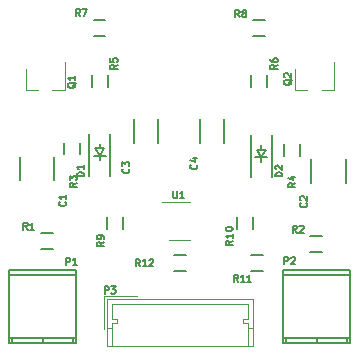
<source format=gto>
%TF.GenerationSoftware,KiCad,Pcbnew,4.0.4-1.fc24-product*%
%TF.CreationDate,2018-01-12T13:17:57+11:00*%
%TF.ProjectId,A_BND_BUF,415F424E445F4255462E6B696361645F,rev?*%
%TF.FileFunction,Legend,Top*%
%FSLAX46Y46*%
G04 Gerber Fmt 4.6, Leading zero omitted, Abs format (unit mm)*
G04 Created by KiCad (PCBNEW 4.0.4-1.fc24-product) date Fri Jan 12 13:17:57 2018*
%MOMM*%
%LPD*%
G01*
G04 APERTURE LIST*
%ADD10C,0.100000*%
%ADD11C,0.150000*%
%ADD12C,0.120000*%
G04 APERTURE END LIST*
D10*
D11*
X157000000Y-89925000D02*
X158000000Y-89925000D01*
X158000000Y-91275000D02*
X157000000Y-91275000D01*
X162000000Y-88325000D02*
X163000000Y-88325000D01*
X163000000Y-89675000D02*
X162000000Y-89675000D01*
X142169080Y-96900960D02*
X136570920Y-96900960D01*
X136769040Y-97398800D02*
X136769040Y-96900960D01*
X141970960Y-96900960D02*
X141970960Y-97398800D01*
X139370000Y-97398800D02*
X139370000Y-96900960D01*
X136570920Y-91599980D02*
X142169080Y-91599980D01*
X136570920Y-97398800D02*
X142169080Y-97398800D01*
X142169080Y-97398800D02*
X142169080Y-91201200D01*
X142169080Y-91201200D02*
X136570920Y-91201200D01*
X136570920Y-91201200D02*
X136570920Y-97398800D01*
X165369080Y-96900960D02*
X159770920Y-96900960D01*
X159969040Y-97398800D02*
X159969040Y-96900960D01*
X165170960Y-96900960D02*
X165170960Y-97398800D01*
X162570000Y-97398800D02*
X162570000Y-96900960D01*
X159770920Y-91599980D02*
X165369080Y-91599980D01*
X159770920Y-97398800D02*
X165369080Y-97398800D01*
X165369080Y-97398800D02*
X165369080Y-91201200D01*
X165369080Y-91201200D02*
X159770920Y-91201200D01*
X159770920Y-91201200D02*
X159770920Y-97398800D01*
D12*
X150100000Y-88610000D02*
X151900000Y-88610000D01*
X151900000Y-85390000D02*
X149450000Y-85390000D01*
D11*
X147075000Y-78400000D02*
X147075000Y-80400000D01*
X149125000Y-80400000D02*
X149125000Y-78400000D01*
X152675000Y-78400000D02*
X152675000Y-80400000D01*
X154725000Y-80400000D02*
X154725000Y-78400000D01*
D12*
X141250000Y-73550000D02*
X141250000Y-75950000D01*
X141250000Y-75950000D02*
X140200000Y-75950000D01*
X137950000Y-74150000D02*
X137950000Y-75950000D01*
X137950000Y-75950000D02*
X139000000Y-75950000D01*
X164050000Y-73550000D02*
X164050000Y-75950000D01*
X164050000Y-75950000D02*
X163000000Y-75950000D01*
X160750000Y-74150000D02*
X160750000Y-75950000D01*
X160750000Y-75950000D02*
X161800000Y-75950000D01*
D11*
X140250000Y-89425000D02*
X139250000Y-89425000D01*
X139250000Y-88075000D02*
X140250000Y-88075000D01*
X141225000Y-81400000D02*
X141225000Y-80400000D01*
X142575000Y-80400000D02*
X142575000Y-81400000D01*
X159825000Y-81500000D02*
X159825000Y-80500000D01*
X161175000Y-80500000D02*
X161175000Y-81500000D01*
X144875000Y-74700000D02*
X144875000Y-75700000D01*
X143525000Y-75700000D02*
X143525000Y-74700000D01*
X158375000Y-74700000D02*
X158375000Y-75700000D01*
X157025000Y-75700000D02*
X157025000Y-74700000D01*
X143700000Y-70025000D02*
X144700000Y-70025000D01*
X144700000Y-71375000D02*
X143700000Y-71375000D01*
X157200000Y-70025000D02*
X158200000Y-70025000D01*
X158200000Y-71375000D02*
X157200000Y-71375000D01*
X146175000Y-86700000D02*
X146175000Y-87700000D01*
X144825000Y-87700000D02*
X144825000Y-86700000D01*
X157175000Y-86700000D02*
X157175000Y-87700000D01*
X155825000Y-87700000D02*
X155825000Y-86700000D01*
X151500000Y-91275000D02*
X150500000Y-91275000D01*
X150500000Y-89925000D02*
X151500000Y-89925000D01*
X144200000Y-80882500D02*
X144200000Y-80501500D01*
X144200000Y-81898500D02*
X144200000Y-81517500D01*
X144200000Y-81517500D02*
X143819000Y-80882500D01*
X143819000Y-80882500D02*
X144581000Y-80882500D01*
X144581000Y-80882500D02*
X144200000Y-81517500D01*
X143692000Y-81517500D02*
X144708000Y-81517500D01*
X145100000Y-83200000D02*
X145100000Y-79660000D01*
X143300000Y-83200000D02*
X143300000Y-79660000D01*
X157900000Y-80982500D02*
X157900000Y-80601500D01*
X157900000Y-81998500D02*
X157900000Y-81617500D01*
X157900000Y-81617500D02*
X157519000Y-80982500D01*
X157519000Y-80982500D02*
X158281000Y-80982500D01*
X158281000Y-80982500D02*
X157900000Y-81617500D01*
X157392000Y-81617500D02*
X158408000Y-81617500D01*
X158800000Y-83300000D02*
X158800000Y-79760000D01*
X157000000Y-83300000D02*
X157000000Y-79760000D01*
X140375000Y-83600000D02*
X140375000Y-81600000D01*
X137425000Y-81600000D02*
X137425000Y-83600000D01*
X165075000Y-83800000D02*
X165075000Y-81800000D01*
X162125000Y-81800000D02*
X162125000Y-83800000D01*
D12*
X144850000Y-93650000D02*
X144850000Y-97600000D01*
X144850000Y-97600000D02*
X157150000Y-97600000D01*
X157150000Y-97600000D02*
X157150000Y-93650000D01*
X157150000Y-93650000D02*
X144850000Y-93650000D01*
X147350000Y-93400000D02*
X144600000Y-93400000D01*
X144600000Y-93400000D02*
X144600000Y-96150000D01*
X144850000Y-96100000D02*
X145250000Y-96100000D01*
X157150000Y-96100000D02*
X156750000Y-96100000D01*
X151000000Y-94050000D02*
X145250000Y-94050000D01*
X145250000Y-94050000D02*
X145250000Y-95300000D01*
X145250000Y-95300000D02*
X145650000Y-95300000D01*
X145650000Y-95300000D02*
X145650000Y-95700000D01*
X145650000Y-95700000D02*
X145250000Y-95700000D01*
X145250000Y-95700000D02*
X145250000Y-97600000D01*
X151000000Y-94050000D02*
X156750000Y-94050000D01*
X156750000Y-94050000D02*
X156750000Y-95300000D01*
X156750000Y-95300000D02*
X156350000Y-95300000D01*
X156350000Y-95300000D02*
X156350000Y-95700000D01*
X156350000Y-95700000D02*
X156750000Y-95700000D01*
X156750000Y-95700000D02*
X156750000Y-97600000D01*
D11*
X155914285Y-92171429D02*
X155714285Y-91885714D01*
X155571428Y-92171429D02*
X155571428Y-91571429D01*
X155800000Y-91571429D01*
X155857142Y-91600000D01*
X155885714Y-91628571D01*
X155914285Y-91685714D01*
X155914285Y-91771429D01*
X155885714Y-91828571D01*
X155857142Y-91857143D01*
X155800000Y-91885714D01*
X155571428Y-91885714D01*
X156485714Y-92171429D02*
X156142857Y-92171429D01*
X156314285Y-92171429D02*
X156314285Y-91571429D01*
X156257142Y-91657143D01*
X156200000Y-91714286D01*
X156142857Y-91742857D01*
X157057143Y-92171429D02*
X156714286Y-92171429D01*
X156885714Y-92171429D02*
X156885714Y-91571429D01*
X156828571Y-91657143D01*
X156771429Y-91714286D01*
X156714286Y-91742857D01*
X160900000Y-88021429D02*
X160700000Y-87735714D01*
X160557143Y-88021429D02*
X160557143Y-87421429D01*
X160785715Y-87421429D01*
X160842857Y-87450000D01*
X160871429Y-87478571D01*
X160900000Y-87535714D01*
X160900000Y-87621429D01*
X160871429Y-87678571D01*
X160842857Y-87707143D01*
X160785715Y-87735714D01*
X160557143Y-87735714D01*
X161128572Y-87478571D02*
X161157143Y-87450000D01*
X161214286Y-87421429D01*
X161357143Y-87421429D01*
X161414286Y-87450000D01*
X161442857Y-87478571D01*
X161471429Y-87535714D01*
X161471429Y-87592857D01*
X161442857Y-87678571D01*
X161100000Y-88021429D01*
X161471429Y-88021429D01*
X141357143Y-90771429D02*
X141357143Y-90171429D01*
X141585715Y-90171429D01*
X141642857Y-90200000D01*
X141671429Y-90228571D01*
X141700000Y-90285714D01*
X141700000Y-90371429D01*
X141671429Y-90428571D01*
X141642857Y-90457143D01*
X141585715Y-90485714D01*
X141357143Y-90485714D01*
X142271429Y-90771429D02*
X141928572Y-90771429D01*
X142100000Y-90771429D02*
X142100000Y-90171429D01*
X142042857Y-90257143D01*
X141985715Y-90314286D01*
X141928572Y-90342857D01*
X159857143Y-90671429D02*
X159857143Y-90071429D01*
X160085715Y-90071429D01*
X160142857Y-90100000D01*
X160171429Y-90128571D01*
X160200000Y-90185714D01*
X160200000Y-90271429D01*
X160171429Y-90328571D01*
X160142857Y-90357143D01*
X160085715Y-90385714D01*
X159857143Y-90385714D01*
X160428572Y-90128571D02*
X160457143Y-90100000D01*
X160514286Y-90071429D01*
X160657143Y-90071429D01*
X160714286Y-90100000D01*
X160742857Y-90128571D01*
X160771429Y-90185714D01*
X160771429Y-90242857D01*
X160742857Y-90328571D01*
X160400000Y-90671429D01*
X160771429Y-90671429D01*
X150442857Y-84521429D02*
X150442857Y-85007143D01*
X150471429Y-85064286D01*
X150500000Y-85092857D01*
X150557143Y-85121429D01*
X150671429Y-85121429D01*
X150728571Y-85092857D01*
X150757143Y-85064286D01*
X150785714Y-85007143D01*
X150785714Y-84521429D01*
X151385714Y-85121429D02*
X151042857Y-85121429D01*
X151214285Y-85121429D02*
X151214285Y-84521429D01*
X151157142Y-84607143D01*
X151100000Y-84664286D01*
X151042857Y-84692857D01*
X146664286Y-82600000D02*
X146692857Y-82628571D01*
X146721429Y-82714285D01*
X146721429Y-82771428D01*
X146692857Y-82857143D01*
X146635714Y-82914285D01*
X146578571Y-82942857D01*
X146464286Y-82971428D01*
X146378571Y-82971428D01*
X146264286Y-82942857D01*
X146207143Y-82914285D01*
X146150000Y-82857143D01*
X146121429Y-82771428D01*
X146121429Y-82714285D01*
X146150000Y-82628571D01*
X146178571Y-82600000D01*
X146121429Y-82400000D02*
X146121429Y-82028571D01*
X146350000Y-82228571D01*
X146350000Y-82142857D01*
X146378571Y-82085714D01*
X146407143Y-82057143D01*
X146464286Y-82028571D01*
X146607143Y-82028571D01*
X146664286Y-82057143D01*
X146692857Y-82085714D01*
X146721429Y-82142857D01*
X146721429Y-82314285D01*
X146692857Y-82371428D01*
X146664286Y-82400000D01*
X152414286Y-82250000D02*
X152442857Y-82278571D01*
X152471429Y-82364285D01*
X152471429Y-82421428D01*
X152442857Y-82507143D01*
X152385714Y-82564285D01*
X152328571Y-82592857D01*
X152214286Y-82621428D01*
X152128571Y-82621428D01*
X152014286Y-82592857D01*
X151957143Y-82564285D01*
X151900000Y-82507143D01*
X151871429Y-82421428D01*
X151871429Y-82364285D01*
X151900000Y-82278571D01*
X151928571Y-82250000D01*
X152071429Y-81735714D02*
X152471429Y-81735714D01*
X151842857Y-81878571D02*
X152271429Y-82021428D01*
X152271429Y-81650000D01*
X142178571Y-75307143D02*
X142150000Y-75364286D01*
X142092857Y-75421429D01*
X142007143Y-75507143D01*
X141978571Y-75564286D01*
X141978571Y-75621429D01*
X142121429Y-75592857D02*
X142092857Y-75650000D01*
X142035714Y-75707143D01*
X141921429Y-75735714D01*
X141721429Y-75735714D01*
X141607143Y-75707143D01*
X141550000Y-75650000D01*
X141521429Y-75592857D01*
X141521429Y-75478571D01*
X141550000Y-75421429D01*
X141607143Y-75364286D01*
X141721429Y-75335714D01*
X141921429Y-75335714D01*
X142035714Y-75364286D01*
X142092857Y-75421429D01*
X142121429Y-75478571D01*
X142121429Y-75592857D01*
X142121429Y-74764286D02*
X142121429Y-75107143D01*
X142121429Y-74935715D02*
X141521429Y-74935715D01*
X141607143Y-74992858D01*
X141664286Y-75050000D01*
X141692857Y-75107143D01*
X160478571Y-75057143D02*
X160450000Y-75114286D01*
X160392857Y-75171429D01*
X160307143Y-75257143D01*
X160278571Y-75314286D01*
X160278571Y-75371429D01*
X160421429Y-75342857D02*
X160392857Y-75400000D01*
X160335714Y-75457143D01*
X160221429Y-75485714D01*
X160021429Y-75485714D01*
X159907143Y-75457143D01*
X159850000Y-75400000D01*
X159821429Y-75342857D01*
X159821429Y-75228571D01*
X159850000Y-75171429D01*
X159907143Y-75114286D01*
X160021429Y-75085714D01*
X160221429Y-75085714D01*
X160335714Y-75114286D01*
X160392857Y-75171429D01*
X160421429Y-75228571D01*
X160421429Y-75342857D01*
X159878571Y-74857143D02*
X159850000Y-74828572D01*
X159821429Y-74771429D01*
X159821429Y-74628572D01*
X159850000Y-74571429D01*
X159878571Y-74542858D01*
X159935714Y-74514286D01*
X159992857Y-74514286D01*
X160078571Y-74542858D01*
X160421429Y-74885715D01*
X160421429Y-74514286D01*
X138100000Y-87771429D02*
X137900000Y-87485714D01*
X137757143Y-87771429D02*
X137757143Y-87171429D01*
X137985715Y-87171429D01*
X138042857Y-87200000D01*
X138071429Y-87228571D01*
X138100000Y-87285714D01*
X138100000Y-87371429D01*
X138071429Y-87428571D01*
X138042857Y-87457143D01*
X137985715Y-87485714D01*
X137757143Y-87485714D01*
X138671429Y-87771429D02*
X138328572Y-87771429D01*
X138500000Y-87771429D02*
X138500000Y-87171429D01*
X138442857Y-87257143D01*
X138385715Y-87314286D01*
X138328572Y-87342857D01*
X142271429Y-83800000D02*
X141985714Y-84000000D01*
X142271429Y-84142857D02*
X141671429Y-84142857D01*
X141671429Y-83914285D01*
X141700000Y-83857143D01*
X141728571Y-83828571D01*
X141785714Y-83800000D01*
X141871429Y-83800000D01*
X141928571Y-83828571D01*
X141957143Y-83857143D01*
X141985714Y-83914285D01*
X141985714Y-84142857D01*
X141671429Y-83600000D02*
X141671429Y-83228571D01*
X141900000Y-83428571D01*
X141900000Y-83342857D01*
X141928571Y-83285714D01*
X141957143Y-83257143D01*
X142014286Y-83228571D01*
X142157143Y-83228571D01*
X142214286Y-83257143D01*
X142242857Y-83285714D01*
X142271429Y-83342857D01*
X142271429Y-83514285D01*
X142242857Y-83571428D01*
X142214286Y-83600000D01*
X160771429Y-83800000D02*
X160485714Y-84000000D01*
X160771429Y-84142857D02*
X160171429Y-84142857D01*
X160171429Y-83914285D01*
X160200000Y-83857143D01*
X160228571Y-83828571D01*
X160285714Y-83800000D01*
X160371429Y-83800000D01*
X160428571Y-83828571D01*
X160457143Y-83857143D01*
X160485714Y-83914285D01*
X160485714Y-84142857D01*
X160371429Y-83285714D02*
X160771429Y-83285714D01*
X160142857Y-83428571D02*
X160571429Y-83571428D01*
X160571429Y-83200000D01*
X145721429Y-73800000D02*
X145435714Y-74000000D01*
X145721429Y-74142857D02*
X145121429Y-74142857D01*
X145121429Y-73914285D01*
X145150000Y-73857143D01*
X145178571Y-73828571D01*
X145235714Y-73800000D01*
X145321429Y-73800000D01*
X145378571Y-73828571D01*
X145407143Y-73857143D01*
X145435714Y-73914285D01*
X145435714Y-74142857D01*
X145121429Y-73257143D02*
X145121429Y-73542857D01*
X145407143Y-73571428D01*
X145378571Y-73542857D01*
X145350000Y-73485714D01*
X145350000Y-73342857D01*
X145378571Y-73285714D01*
X145407143Y-73257143D01*
X145464286Y-73228571D01*
X145607143Y-73228571D01*
X145664286Y-73257143D01*
X145692857Y-73285714D01*
X145721429Y-73342857D01*
X145721429Y-73485714D01*
X145692857Y-73542857D01*
X145664286Y-73571428D01*
X159271429Y-73800000D02*
X158985714Y-74000000D01*
X159271429Y-74142857D02*
X158671429Y-74142857D01*
X158671429Y-73914285D01*
X158700000Y-73857143D01*
X158728571Y-73828571D01*
X158785714Y-73800000D01*
X158871429Y-73800000D01*
X158928571Y-73828571D01*
X158957143Y-73857143D01*
X158985714Y-73914285D01*
X158985714Y-74142857D01*
X158671429Y-73285714D02*
X158671429Y-73400000D01*
X158700000Y-73457143D01*
X158728571Y-73485714D01*
X158814286Y-73542857D01*
X158928571Y-73571428D01*
X159157143Y-73571428D01*
X159214286Y-73542857D01*
X159242857Y-73514285D01*
X159271429Y-73457143D01*
X159271429Y-73342857D01*
X159242857Y-73285714D01*
X159214286Y-73257143D01*
X159157143Y-73228571D01*
X159014286Y-73228571D01*
X158957143Y-73257143D01*
X158928571Y-73285714D01*
X158900000Y-73342857D01*
X158900000Y-73457143D01*
X158928571Y-73514285D01*
X158957143Y-73542857D01*
X159014286Y-73571428D01*
X142550000Y-69671429D02*
X142350000Y-69385714D01*
X142207143Y-69671429D02*
X142207143Y-69071429D01*
X142435715Y-69071429D01*
X142492857Y-69100000D01*
X142521429Y-69128571D01*
X142550000Y-69185714D01*
X142550000Y-69271429D01*
X142521429Y-69328571D01*
X142492857Y-69357143D01*
X142435715Y-69385714D01*
X142207143Y-69385714D01*
X142750000Y-69071429D02*
X143150000Y-69071429D01*
X142892857Y-69671429D01*
X156050000Y-69771429D02*
X155850000Y-69485714D01*
X155707143Y-69771429D02*
X155707143Y-69171429D01*
X155935715Y-69171429D01*
X155992857Y-69200000D01*
X156021429Y-69228571D01*
X156050000Y-69285714D01*
X156050000Y-69371429D01*
X156021429Y-69428571D01*
X155992857Y-69457143D01*
X155935715Y-69485714D01*
X155707143Y-69485714D01*
X156392857Y-69428571D02*
X156335715Y-69400000D01*
X156307143Y-69371429D01*
X156278572Y-69314286D01*
X156278572Y-69285714D01*
X156307143Y-69228571D01*
X156335715Y-69200000D01*
X156392857Y-69171429D01*
X156507143Y-69171429D01*
X156564286Y-69200000D01*
X156592857Y-69228571D01*
X156621429Y-69285714D01*
X156621429Y-69314286D01*
X156592857Y-69371429D01*
X156564286Y-69400000D01*
X156507143Y-69428571D01*
X156392857Y-69428571D01*
X156335715Y-69457143D01*
X156307143Y-69485714D01*
X156278572Y-69542857D01*
X156278572Y-69657143D01*
X156307143Y-69714286D01*
X156335715Y-69742857D01*
X156392857Y-69771429D01*
X156507143Y-69771429D01*
X156564286Y-69742857D01*
X156592857Y-69714286D01*
X156621429Y-69657143D01*
X156621429Y-69542857D01*
X156592857Y-69485714D01*
X156564286Y-69457143D01*
X156507143Y-69428571D01*
X144571429Y-88800000D02*
X144285714Y-89000000D01*
X144571429Y-89142857D02*
X143971429Y-89142857D01*
X143971429Y-88914285D01*
X144000000Y-88857143D01*
X144028571Y-88828571D01*
X144085714Y-88800000D01*
X144171429Y-88800000D01*
X144228571Y-88828571D01*
X144257143Y-88857143D01*
X144285714Y-88914285D01*
X144285714Y-89142857D01*
X144571429Y-88514285D02*
X144571429Y-88400000D01*
X144542857Y-88342857D01*
X144514286Y-88314285D01*
X144428571Y-88257143D01*
X144314286Y-88228571D01*
X144085714Y-88228571D01*
X144028571Y-88257143D01*
X144000000Y-88285714D01*
X143971429Y-88342857D01*
X143971429Y-88457143D01*
X144000000Y-88514285D01*
X144028571Y-88542857D01*
X144085714Y-88571428D01*
X144228571Y-88571428D01*
X144285714Y-88542857D01*
X144314286Y-88514285D01*
X144342857Y-88457143D01*
X144342857Y-88342857D01*
X144314286Y-88285714D01*
X144285714Y-88257143D01*
X144228571Y-88228571D01*
X155471429Y-88685715D02*
X155185714Y-88885715D01*
X155471429Y-89028572D02*
X154871429Y-89028572D01*
X154871429Y-88800000D01*
X154900000Y-88742858D01*
X154928571Y-88714286D01*
X154985714Y-88685715D01*
X155071429Y-88685715D01*
X155128571Y-88714286D01*
X155157143Y-88742858D01*
X155185714Y-88800000D01*
X155185714Y-89028572D01*
X155471429Y-88114286D02*
X155471429Y-88457143D01*
X155471429Y-88285715D02*
X154871429Y-88285715D01*
X154957143Y-88342858D01*
X155014286Y-88400000D01*
X155042857Y-88457143D01*
X154871429Y-87742857D02*
X154871429Y-87685714D01*
X154900000Y-87628571D01*
X154928571Y-87600000D01*
X154985714Y-87571429D01*
X155100000Y-87542857D01*
X155242857Y-87542857D01*
X155357143Y-87571429D01*
X155414286Y-87600000D01*
X155442857Y-87628571D01*
X155471429Y-87685714D01*
X155471429Y-87742857D01*
X155442857Y-87800000D01*
X155414286Y-87828571D01*
X155357143Y-87857143D01*
X155242857Y-87885714D01*
X155100000Y-87885714D01*
X154985714Y-87857143D01*
X154928571Y-87828571D01*
X154900000Y-87800000D01*
X154871429Y-87742857D01*
X147614285Y-90871429D02*
X147414285Y-90585714D01*
X147271428Y-90871429D02*
X147271428Y-90271429D01*
X147500000Y-90271429D01*
X147557142Y-90300000D01*
X147585714Y-90328571D01*
X147614285Y-90385714D01*
X147614285Y-90471429D01*
X147585714Y-90528571D01*
X147557142Y-90557143D01*
X147500000Y-90585714D01*
X147271428Y-90585714D01*
X148185714Y-90871429D02*
X147842857Y-90871429D01*
X148014285Y-90871429D02*
X148014285Y-90271429D01*
X147957142Y-90357143D01*
X147900000Y-90414286D01*
X147842857Y-90442857D01*
X148414286Y-90328571D02*
X148442857Y-90300000D01*
X148500000Y-90271429D01*
X148642857Y-90271429D01*
X148700000Y-90300000D01*
X148728571Y-90328571D01*
X148757143Y-90385714D01*
X148757143Y-90442857D01*
X148728571Y-90528571D01*
X148385714Y-90871429D01*
X148757143Y-90871429D01*
X142871429Y-83242857D02*
X142271429Y-83242857D01*
X142271429Y-83100000D01*
X142300000Y-83014285D01*
X142357143Y-82957143D01*
X142414286Y-82928571D01*
X142528571Y-82900000D01*
X142614286Y-82900000D01*
X142728571Y-82928571D01*
X142785714Y-82957143D01*
X142842857Y-83014285D01*
X142871429Y-83100000D01*
X142871429Y-83242857D01*
X142871429Y-82328571D02*
X142871429Y-82671428D01*
X142871429Y-82500000D02*
X142271429Y-82500000D01*
X142357143Y-82557143D01*
X142414286Y-82614285D01*
X142442857Y-82671428D01*
X159671429Y-83242857D02*
X159071429Y-83242857D01*
X159071429Y-83100000D01*
X159100000Y-83014285D01*
X159157143Y-82957143D01*
X159214286Y-82928571D01*
X159328571Y-82900000D01*
X159414286Y-82900000D01*
X159528571Y-82928571D01*
X159585714Y-82957143D01*
X159642857Y-83014285D01*
X159671429Y-83100000D01*
X159671429Y-83242857D01*
X159128571Y-82671428D02*
X159100000Y-82642857D01*
X159071429Y-82585714D01*
X159071429Y-82442857D01*
X159100000Y-82385714D01*
X159128571Y-82357143D01*
X159185714Y-82328571D01*
X159242857Y-82328571D01*
X159328571Y-82357143D01*
X159671429Y-82700000D01*
X159671429Y-82328571D01*
X141314286Y-85400000D02*
X141342857Y-85428571D01*
X141371429Y-85514285D01*
X141371429Y-85571428D01*
X141342857Y-85657143D01*
X141285714Y-85714285D01*
X141228571Y-85742857D01*
X141114286Y-85771428D01*
X141028571Y-85771428D01*
X140914286Y-85742857D01*
X140857143Y-85714285D01*
X140800000Y-85657143D01*
X140771429Y-85571428D01*
X140771429Y-85514285D01*
X140800000Y-85428571D01*
X140828571Y-85400000D01*
X141371429Y-84828571D02*
X141371429Y-85171428D01*
X141371429Y-85000000D02*
X140771429Y-85000000D01*
X140857143Y-85057143D01*
X140914286Y-85114285D01*
X140942857Y-85171428D01*
X161714286Y-85500000D02*
X161742857Y-85528571D01*
X161771429Y-85614285D01*
X161771429Y-85671428D01*
X161742857Y-85757143D01*
X161685714Y-85814285D01*
X161628571Y-85842857D01*
X161514286Y-85871428D01*
X161428571Y-85871428D01*
X161314286Y-85842857D01*
X161257143Y-85814285D01*
X161200000Y-85757143D01*
X161171429Y-85671428D01*
X161171429Y-85614285D01*
X161200000Y-85528571D01*
X161228571Y-85500000D01*
X161228571Y-85271428D02*
X161200000Y-85242857D01*
X161171429Y-85185714D01*
X161171429Y-85042857D01*
X161200000Y-84985714D01*
X161228571Y-84957143D01*
X161285714Y-84928571D01*
X161342857Y-84928571D01*
X161428571Y-84957143D01*
X161771429Y-85300000D01*
X161771429Y-84928571D01*
X144657143Y-93171429D02*
X144657143Y-92571429D01*
X144885715Y-92571429D01*
X144942857Y-92600000D01*
X144971429Y-92628571D01*
X145000000Y-92685714D01*
X145000000Y-92771429D01*
X144971429Y-92828571D01*
X144942857Y-92857143D01*
X144885715Y-92885714D01*
X144657143Y-92885714D01*
X145200000Y-92571429D02*
X145571429Y-92571429D01*
X145371429Y-92800000D01*
X145457143Y-92800000D01*
X145514286Y-92828571D01*
X145542857Y-92857143D01*
X145571429Y-92914286D01*
X145571429Y-93057143D01*
X145542857Y-93114286D01*
X145514286Y-93142857D01*
X145457143Y-93171429D01*
X145285715Y-93171429D01*
X145228572Y-93142857D01*
X145200000Y-93114286D01*
M02*

</source>
